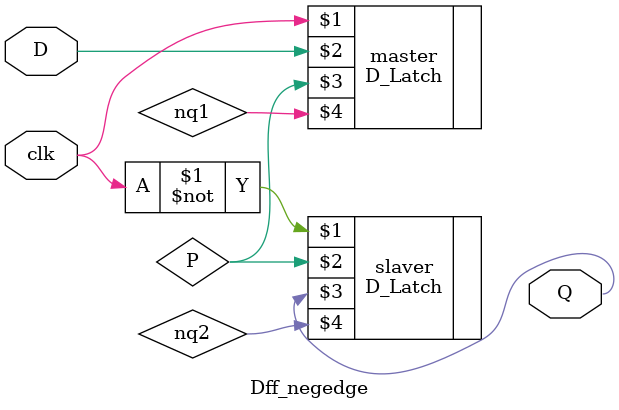
<source format=v>
`timescale 1ns / 1ps


module Dff_negedge(
    input clk,D,
    output Q
    );
    wire P,nq1,nq2;
    D_Latch master(clk,D,P,nq1);
    D_Latch slaver(~clk,P,Q,nq2);
endmodule

</source>
